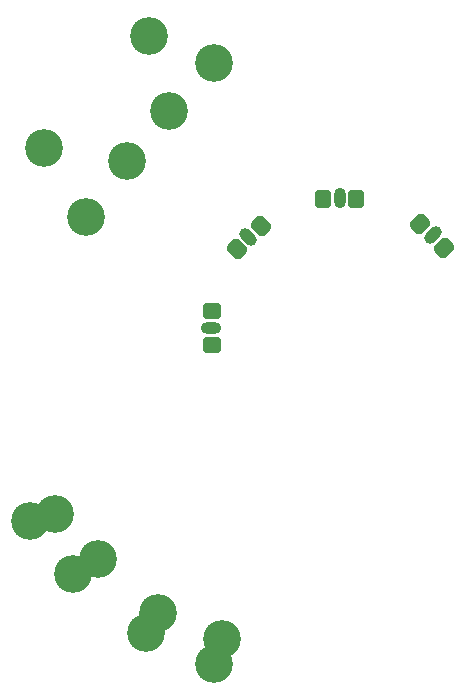
<source format=gts>
G04*
G04 #@! TF.GenerationSoftware,Altium Limited,Altium Designer,18.0.12 (696)*
G04*
G04 Layer_Color=8388736*
%FSLAX25Y25*%
%MOIN*%
G70*
G01*
G75*
%ADD11C,0.12611*%
G04:AMPARAMS|DCode=12|XSize=63.12mil|YSize=55.24mil|CornerRadius=15.81mil|HoleSize=0mil|Usage=FLASHONLY|Rotation=45.000|XOffset=0mil|YOffset=0mil|HoleType=Round|Shape=RoundedRectangle|*
%AMROUNDEDRECTD12*
21,1,0.06312,0.02362,0,0,45.0*
21,1,0.03150,0.05524,0,0,45.0*
1,1,0.03162,0.01949,0.00278*
1,1,0.03162,-0.00278,-0.01949*
1,1,0.03162,-0.01949,-0.00278*
1,1,0.03162,0.00278,0.01949*
%
%ADD12ROUNDEDRECTD12*%
G04:AMPARAMS|DCode=13|XSize=67.06mil|YSize=39.5mil|CornerRadius=0mil|HoleSize=0mil|Usage=FLASHONLY|Rotation=45.000|XOffset=0mil|YOffset=0mil|HoleType=Round|Shape=Round|*
%AMOVALD13*
21,1,0.02756,0.03950,0.00000,0.00000,45.0*
1,1,0.03950,-0.00974,-0.00974*
1,1,0.03950,0.00974,0.00974*
%
%ADD13OVALD13*%

G04:AMPARAMS|DCode=14|XSize=63.12mil|YSize=55.24mil|CornerRadius=15.81mil|HoleSize=0mil|Usage=FLASHONLY|Rotation=135.000|XOffset=0mil|YOffset=0mil|HoleType=Round|Shape=RoundedRectangle|*
%AMROUNDEDRECTD14*
21,1,0.06312,0.02362,0,0,135.0*
21,1,0.03150,0.05524,0,0,135.0*
1,1,0.03162,-0.00278,0.01949*
1,1,0.03162,0.01949,-0.00278*
1,1,0.03162,0.00278,-0.01949*
1,1,0.03162,-0.01949,0.00278*
%
%ADD14ROUNDEDRECTD14*%
G04:AMPARAMS|DCode=15|XSize=67.06mil|YSize=39.5mil|CornerRadius=0mil|HoleSize=0mil|Usage=FLASHONLY|Rotation=135.000|XOffset=0mil|YOffset=0mil|HoleType=Round|Shape=Round|*
%AMOVALD15*
21,1,0.02756,0.03950,0.00000,0.00000,135.0*
1,1,0.03950,0.00974,-0.00974*
1,1,0.03950,-0.00974,0.00974*
%
%ADD15OVALD15*%

G04:AMPARAMS|DCode=16|XSize=63.12mil|YSize=55.24mil|CornerRadius=15.81mil|HoleSize=0mil|Usage=FLASHONLY|Rotation=90.000|XOffset=0mil|YOffset=0mil|HoleType=Round|Shape=RoundedRectangle|*
%AMROUNDEDRECTD16*
21,1,0.06312,0.02362,0,0,90.0*
21,1,0.03150,0.05524,0,0,90.0*
1,1,0.03162,0.01181,0.01575*
1,1,0.03162,0.01181,-0.01575*
1,1,0.03162,-0.01181,-0.01575*
1,1,0.03162,-0.01181,0.01575*
%
%ADD16ROUNDEDRECTD16*%
%ADD17O,0.03950X0.06706*%
G04:AMPARAMS|DCode=18|XSize=63.12mil|YSize=55.24mil|CornerRadius=15.81mil|HoleSize=0mil|Usage=FLASHONLY|Rotation=180.000|XOffset=0mil|YOffset=0mil|HoleType=Round|Shape=RoundedRectangle|*
%AMROUNDEDRECTD18*
21,1,0.06312,0.02362,0,0,180.0*
21,1,0.03150,0.05524,0,0,180.0*
1,1,0.03162,-0.01575,0.01181*
1,1,0.03162,0.01575,0.01181*
1,1,0.03162,0.01575,-0.01181*
1,1,0.03162,-0.01575,-0.01181*
%
%ADD18ROUNDEDRECTD18*%
%ADD19O,0.06706X0.03950*%
D11*
X91315Y26752D02*
D03*
X69898Y35413D02*
D03*
X49937Y53445D02*
D03*
X35528Y68602D02*
D03*
X88583Y18386D02*
D03*
X65866Y28858D02*
D03*
X41575Y48543D02*
D03*
X27283Y66102D02*
D03*
X67000Y228000D02*
D03*
X32000Y190500D02*
D03*
X88500Y219000D02*
D03*
X73500Y203000D02*
D03*
X59500Y186143D02*
D03*
X46000Y167500D02*
D03*
D12*
X157269Y165175D02*
D03*
X165175Y157269D02*
D03*
D13*
X161500Y161500D02*
D03*
D14*
X96325Y156769D02*
D03*
X104232Y164675D02*
D03*
D15*
X100000Y161000D02*
D03*
D16*
X124909Y173606D02*
D03*
X136091D02*
D03*
D17*
X130500Y174000D02*
D03*
D18*
X87894Y124909D02*
D03*
Y136091D02*
D03*
D19*
X87500Y130500D02*
D03*
M02*

</source>
